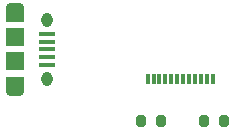
<source format=gbr>
%TF.GenerationSoftware,KiCad,Pcbnew,(6.0.0)*%
%TF.CreationDate,2022-07-25T11:20:30-04:00*%
%TF.ProjectId,dual_model_u,6475616c-5f6d-46f6-9465-6c5f752e6b69,rev?*%
%TF.SameCoordinates,Original*%
%TF.FileFunction,Paste,Top*%
%TF.FilePolarity,Positive*%
%FSLAX46Y46*%
G04 Gerber Fmt 4.6, Leading zero omitted, Abs format (unit mm)*
G04 Created by KiCad (PCBNEW (6.0.0)) date 2022-07-25 11:20:30*
%MOMM*%
%LPD*%
G01*
G04 APERTURE LIST*
G04 Aperture macros list*
%AMRoundRect*
0 Rectangle with rounded corners*
0 $1 Rounding radius*
0 $2 $3 $4 $5 $6 $7 $8 $9 X,Y pos of 4 corners*
0 Add a 4 corners polygon primitive as box body*
4,1,4,$2,$3,$4,$5,$6,$7,$8,$9,$2,$3,0*
0 Add four circle primitives for the rounded corners*
1,1,$1+$1,$2,$3*
1,1,$1+$1,$4,$5*
1,1,$1+$1,$6,$7*
1,1,$1+$1,$8,$9*
0 Add four rect primitives between the rounded corners*
20,1,$1+$1,$2,$3,$4,$5,0*
20,1,$1+$1,$4,$5,$6,$7,0*
20,1,$1+$1,$6,$7,$8,$9,0*
20,1,$1+$1,$8,$9,$2,$3,0*%
G04 Aperture macros list end*
%ADD10RoundRect,0.200000X-0.200000X-0.275000X0.200000X-0.275000X0.200000X0.275000X-0.200000X0.275000X0*%
%ADD11R,0.300000X0.900000*%
%ADD12O,1.550000X0.890000*%
%ADD13O,0.950000X1.250000*%
%ADD14R,1.350000X0.400000*%
%ADD15R,1.550000X1.500000*%
%ADD16R,1.550000X1.200000*%
%ADD17RoundRect,0.200000X0.200000X0.275000X-0.200000X0.275000X-0.200000X-0.275000X0.200000X-0.275000X0*%
G04 APERTURE END LIST*
D10*
%TO.C,R1*%
X162052000Y-115316000D03*
X163702000Y-115316000D03*
%TD*%
D11*
%TO.C,J1*%
X162770245Y-111732847D03*
X162270245Y-111732847D03*
X161770245Y-111732847D03*
X161270245Y-111732847D03*
X160770245Y-111732847D03*
X160270245Y-111732847D03*
X159770245Y-111732847D03*
X159270245Y-111732847D03*
X158770245Y-111732847D03*
X158270245Y-111732847D03*
X157770245Y-111732847D03*
X157270245Y-111732847D03*
%TD*%
D12*
%TO.C,J2*%
X146020000Y-105720000D03*
D13*
X148720000Y-111720000D03*
D12*
X146020000Y-112720000D03*
D13*
X148720000Y-106720000D03*
D14*
X148720000Y-107920000D03*
X148720000Y-108570000D03*
X148720000Y-109220000D03*
X148720000Y-109870000D03*
X148720000Y-110520000D03*
D15*
X146020000Y-108220000D03*
D16*
X146020000Y-112120000D03*
X146020000Y-106320000D03*
D15*
X146020000Y-110220000D03*
%TD*%
D17*
%TO.C,R2*%
X158368000Y-115316000D03*
X156718000Y-115316000D03*
%TD*%
M02*

</source>
